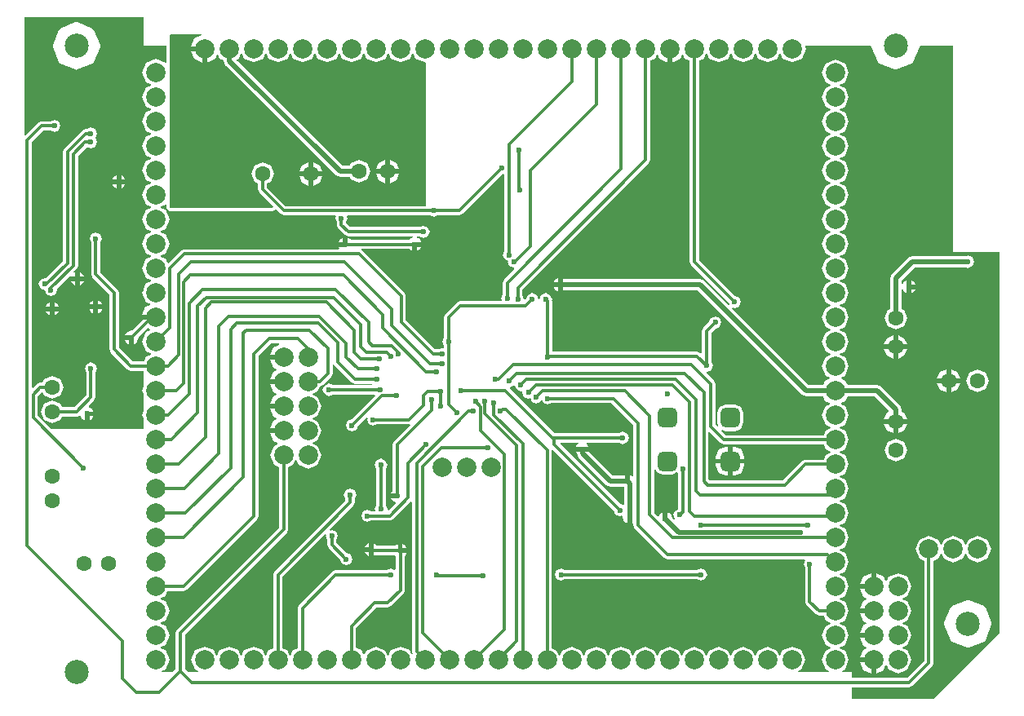
<source format=gbl>
%FSTAX44Y44*%
%MOMM*%
%SFA1B1*%

%IPPOS*%
%AMD24*
4,1,8,-0.500380,-1.000760,0.500380,-1.000760,1.000760,-0.500380,1.000760,0.500380,0.500380,1.000760,-0.500380,1.000760,-1.000760,0.500380,-1.000760,-0.500380,-0.500380,-1.000760,0.0*
1,1,1.000000,-0.500380,-0.500380*
1,1,1.000000,0.500380,-0.500380*
1,1,1.000000,0.500380,0.500380*
1,1,1.000000,-0.500380,0.500380*
%
%ADD22C,0.299999*%
%ADD23C,0.499999*%
G04~CAMADD=24~8~0.0~0.0~787.4~787.4~196.9~0.0~15~0.0~0.0~0.0~0.0~0~0.0~0.0~0.0~0.0~0~0.0~0.0~0.0~180.0~788.0~788.0*
%ADD24D24*%
%ADD25C,2.499995*%
%ADD26C,1.599997*%
%ADD27C,1.999996*%
%ADD28C,0.599999*%
%LNpcbat2560ver1-1*%
%LPD*%
G36*
X00194833Y00712084D02*
X0019507Y00710856D01*
X00187485Y00707714*
X00184082Y00699499*
X001982*
Y00696999*
X002007*
Y00682881*
X00208915Y00686284*
X00210817Y00690876*
X00212067*
X00213652Y00687051*
X00217648Y00685395*
Y00684397*
X00219392Y00680187*
X0033429Y00565289*
X00338499Y00563546*
X00348559*
X0034958Y0056108*
X00357999Y00557593*
X00366418Y0056108*
X00369905Y00569499*
X00366418Y00577918*
X00357999Y00581406*
X0034958Y00577918*
X00348559Y00575452*
X00340965*
X00231387Y0068503*
X00231631Y00686256*
X00233551Y00687051*
X00235676Y00692182*
X00236926*
X00239052Y00687051*
X00249001Y0068293*
X00258951Y00687051*
X00261076Y0069218*
X00262326*
X00264451Y0068705*
X00274401Y00682929*
X0028435Y0068705*
X00286476Y00692181*
X00287726*
X00289851Y0068705*
X00299801Y00682929*
X0030975Y0068705*
X00311876Y00692181*
X00313126*
X00315251Y0068705*
X00325201Y00682929*
X0033515Y0068705*
X00337276Y00692181*
X00338526*
X00340651Y0068705*
X00350601Y00682929*
X0036055Y0068705*
X00362675Y00692179*
X00363925*
X0036605Y00687049*
X00376Y00682928*
X0038595Y00687049*
X00388075Y0069218*
X00389325*
X0039145Y00687049*
X004014Y00682928*
X0041135Y00687049*
X00413476Y00692183*
X00414726*
X00416852Y00687051*
X00426801Y0068293*
X0042696Y00682995*
X00427999Y00682301*
Y0053387*
X00282016*
X0026287Y00553017*
Y0055711*
X00266418Y0055858*
X00269905Y00566999*
X00266418Y00575418*
X00257999Y00578905*
X0024958Y00575418*
X00246093Y00566999*
X0024958Y0055858*
X00253128Y0055711*
Y00550999*
X00254555Y00547555*
X00268956Y00533154*
X00268478Y00531999*
X00161999*
Y00711565*
X00162888Y00712444*
X00194833Y00712084*
G37*
G36*
X00733456Y00287653D02*
X00736901Y00286227D01*
X00840445*
X00842549Y00281148*
X0084768Y00279022*
Y00277772*
X00842549Y00275647*
X00840445Y00270568*
X00821697*
X00818253Y00269141*
X00797981Y0024887*
X00722017*
X0072087Y00250017*
Y00298607*
X00722025Y00299085*
X00733456Y00287653*
G37*
G36*
X00667126Y00257735D02*
X00673249Y00255199D01*
X00683249*
X00687897Y00257124*
X00689128Y00256281*
Y00218719*
X00686407Y00217591*
X00684505Y00212999*
X00686144Y00209042*
X00685085Y00208332*
X0068298Y00210437*
X00681356Y00214356*
X00678499Y0021554*
Y00208999*
X00673499*
Y0021554*
X00670641Y00214356*
X00669575Y00211781*
X00668349Y00211538*
X0066487Y00215017*
Y00259978*
X00666096Y00260223*
X00667126Y00257735*
G37*
G36*
X00509128Y00566676D02*
Y00486919D01*
X00507505Y00482999*
X00509407Y00478407*
X00512902Y00476959*
X00512505Y00475999*
X00514407Y00471407*
X00518893Y00469549*
X00519462Y0046835*
X00508555Y00457443*
X00507128Y00453999*
Y00441919*
X00505505Y00437999*
X0050637Y00435909*
X00505676Y0043487*
X00462999*
X00459555Y00433443*
X00447555Y00421443*
X00446128Y00417999*
Y00396919*
X00444505Y00392999*
X00446128Y00389079*
Y00387151*
X00445089Y00386456*
X00444999Y00386493*
X00441079Y0038487*
X00437017*
X0040687Y00415017*
Y00439999*
X00405443Y00443443*
X00361443Y00487443*
X00360393Y00487878*
X00360641Y00489128*
X0041044*
X00410642Y00488642*
X00413499Y00487458*
Y00493999*
X00415999*
Y00496499*
X0042254*
X00421357Y00499356*
X00417683Y00500878*
X00417932Y00502128*
X00421079*
X00424999Y00500505*
X00429591Y00502407*
X00431493Y00506999*
X00429591Y00511591*
X00424999Y00513493*
X00421079Y0051187*
X00349017*
X0034487Y00516016*
Y00517079*
X00346493Y00520999*
X00345628Y00523089*
X00346322Y00524129*
X00432079*
X00435999Y00522505*
X00439919Y00524129*
X00461999*
X00465443Y00525555*
X00506672Y00566783*
X00508089Y0056737*
X00509128Y00566676*
G37*
G36*
X00332555Y00368555D02*
X00350555Y00350555D01*
X00353999Y00349128*
X00371827*
X00371834Y0034912*
X00371243Y0034787*
X00330919*
X00326999Y00349493*
X00322407Y00347591*
X00320505Y00342999*
X00322407Y00338407*
X00326999Y00336505*
X00330919Y00338128*
X00374472*
X0037499Y00336878*
X00350326Y00312215*
X00346407Y00310591*
X00344505Y00305999*
X00346407Y00301407*
X00350999Y00299505*
X00355591Y00301407*
X00357215Y00305326*
X0036609Y00314202*
X00367129Y00313507*
X00366505Y00311999*
X00368407Y00307407*
X00372999Y00305505*
X00376919Y00307128*
X00409999*
X00410807Y00307463*
X00411515Y00306403*
X00394555Y00289443*
X00393128Y00285999*
Y00238558*
X00392641Y00238357*
X00391458Y00235499*
X00397999*
Y00230499*
X00391458*
X00392641Y00227641*
X00395924Y00226282*
X00396168Y00225056*
X00388736Y00217624*
X00388295Y00217667*
X00387493Y00218999*
X0038587Y00222919*
Y00261079*
X00387493Y00264999*
X00385591Y00269591*
X00381Y00271493*
X00376407Y00269591*
X00374505Y00264999*
X00376128Y00261079*
Y00222919*
X00374505Y00218999*
X00374956Y00217909*
X00374262Y0021687*
X00370919*
X00366999Y00218493*
X00362407Y00216591*
X00360505Y00211999*
X00362407Y00207407*
X00366999Y00205505*
X00370919Y00207128*
X00389999*
X00393443Y00208555*
X00411878Y0022699*
X00413128Y00226472*
Y00070901*
X00414094Y00068569*
X00413981Y00068399*
X0041257Y00068538*
X0041095Y0007245*
X00401Y00076571*
X0039105Y0007245*
X00388924Y00067317*
X00387674*
X00385549Y00072449*
X00375599Y0007657*
X00365649Y00072449*
X00364065Y00068625*
X00362815*
X00360914Y00073214*
X0035507Y00075635*
Y00095781*
X00376417Y00117128*
X00387999*
X00391443Y00118555*
X00404443Y00131555*
X0040587Y00134999*
Y0017044*
X00406357Y00170642*
X0040754Y00173499*
X00400999*
Y00175999*
X00398499*
Y0018254*
X00395642Y00181356*
X0039544Y0018087*
X00376972*
X00376356Y00182357*
X00373499Y0018354*
Y00176999*
Y00170458*
X00375118Y00171128*
X0039544*
X00395642Y00170642*
X00396128Y0017044*
Y00156687*
X00394878Y00155886*
X00390999Y00157493*
X00387079Y0015587*
X00333999*
X00330555Y00154443*
X00295956Y00119844*
X00294529Y001164*
Y00074553*
X0028945Y0007245*
X00287325Y00067319*
X00286075*
X0028395Y0007245*
X00278871Y00074553*
Y00148982*
X0032309Y00193202*
X00324129Y00192507*
X00323505Y00190999*
X00325128Y00187079*
Y00181999*
X00326555Y00178555*
X00338783Y00166326*
X00340407Y00162407*
X00344999Y00160505*
X00349591Y00162407*
X00351493Y00166999*
X00349591Y00171591*
X00345671Y00173215*
X0033487Y00184017*
Y00187079*
X00336493Y00190999*
X00334591Y00195591*
X00329999Y00197493*
X00328491Y00196869*
X00327796Y00197908*
X00352443Y00222555*
X0035387Y00225999*
Y00230079*
X00355493Y00233999*
X00353591Y00238591*
X00348999Y00240493*
X00344407Y00238591*
X00342505Y00233999*
X00344128Y00230079*
Y00228017*
X00270556Y00154444*
X00269129Y00151*
Y00074553*
X0026405Y0007245*
X00261925Y00067319*
X00260675*
X0025855Y0007245*
X002486Y00076571*
X0023865Y0007245*
X00236525Y0006732*
X00235275*
X0023315Y0007245*
X00223201Y00076572*
X00213251Y0007245*
X00211126Y0006732*
X00209876*
X0020775Y0007245*
X00197801Y00076572*
X00187851Y0007245*
X0018373Y00062501*
X00187851Y00052551*
X00191052Y00051225*
X00190808Y00049999*
X00180887*
X0017787Y00053017*
Y00088981*
X00283443Y00194555*
X0028487Y00197999*
Y00262945*
X00289949Y00265049*
X00292074Y0027018*
X00293324*
X00295449Y00265049*
X00305399Y00260928*
X00315349Y00265049*
X0031947Y00274999*
X00315349Y00284949*
X00310218Y00287074*
Y00288324*
X00315349Y00290449*
X0031947Y00300399*
X00315349Y00310349*
X00310217Y00312475*
Y00313725*
X00315348Y0031585*
X00319469Y003258*
X00315348Y0033575*
X00310219Y00337874*
Y00339124*
X00315349Y00341249*
X00317505Y00346456*
X00320643Y00347755*
X00329443Y00356555*
X0033087Y00359999*
Y00369357*
X0033212Y00369605*
X00332555Y00368555*
G37*
G36*
X00519847Y00347172D02*
X00521407Y00343408D01*
X00525999Y00341505*
X0052706Y00341944*
X00527944Y0034106*
X00527505Y00339999*
X00529407Y00335407*
X00533999Y00333505*
X00535813Y00334256*
X00537407Y00330407*
X00541999Y00328505*
X00546591Y00330407*
X00547167Y00331797*
X00548417*
X00549407Y00329407*
X00553999Y00327505*
X00557919Y00329128*
X00619981*
X00643128Y00305981*
Y00254218*
X00641878Y00253555*
X00639499Y0025454*
Y00247999*
X00634499*
Y0025454*
X00633079Y00253952*
X00621465*
X00596918Y00278499*
X00583458*
X00584046Y00277079*
Y00276999*
X00585789Y0027279*
X00614789Y00243789*
X00618999Y00242046*
X00633046*
Y00223942*
X00632006Y00223248*
X00629672Y00224215*
X00567008Y00286878*
X00567526Y00288128*
X00585715*
X00585959Y00286902*
X00584641Y00286356*
X00583458Y00283499*
X0059654*
X00595357Y00286356*
X00594039Y00286902*
X00594283Y00288128*
X00628079*
X00631999Y00286505*
X00636591Y00288407*
X00638493Y00292999*
X00636591Y00297591*
X00631999Y00299493*
X00628079Y0029787*
X00561016*
X00514519Y00344367*
X00514812Y00345842*
X00518591Y00347407*
X00519847Y00347172*
G37*
G36*
X00158752Y00535492D02*
Y00531999D01*
X00159703Y00529703*
X00161999Y00528752*
X00268478*
X00269074Y00528999*
X0026972*
X00270177Y00529456*
X00270774Y00529703*
X00272176Y00529934*
X00276555Y00525555*
X00279999Y00524129*
X00333676*
X0033437Y00523089*
X00333505Y00520999*
X00335128Y00517079*
Y00513999*
X00336555Y00510555*
X00343555Y00503555*
X00346999Y00502128*
X00414066*
X00414315Y00500878*
X00410642Y00499356*
X0041044Y0049887*
X00349558*
X00349356Y00499356*
X00346499Y0050054*
Y00493999*
X00343999*
Y00491499*
X00337458*
X00338116Y00489909*
X00337422Y0048887*
X00176999*
X00173555Y00487443*
X00160561Y0047445*
X00159336Y00474694*
X00157449Y00479249*
X00152317Y00481375*
Y00482625*
X00157448Y0048475*
X00161569Y004947*
X00157448Y0050465*
X00152317Y00506775*
Y00508025*
X00157448Y0051015*
X00161569Y005201*
X00157448Y0053005*
X00152319Y00532174*
Y00533424*
X00157449Y00535549*
X00157526Y00535735*
X00158752Y00535492*
G37*
G36*
X00275532Y00389902D02*
X00269284Y00387314D01*
X00265881Y00379099*
X00279999*
Y00374099*
X00265881*
X00269284Y00365884*
X00272567Y00364524*
Y00363274*
X00269284Y00361914*
X00265881Y00353699*
X00279999*
Y00348699*
X00265881*
X00269284Y00340484*
X00272566Y00339125*
Y00337875*
X00269283Y00336515*
X0026588Y003283*
X00279998*
Y003233*
X0026588*
X00269283Y00315085*
X00272567Y00313724*
Y00312474*
X00269284Y00311114*
X00265881Y00302899*
X00279999*
Y00297899*
X00265881*
X00269284Y00289684*
X00273873Y00287783*
Y00286533*
X00270049Y00284949*
X00265928Y00274999*
X00270049Y00265049*
X00275128Y00262945*
Y00223999*
Y00200017*
X00169555Y00094443*
X00168128Y00090999*
Y00053017*
X00165111Y00049999*
X0015353*
X00153286Y00051225*
X00157449Y00052949*
X0016157Y00062899*
X00157449Y00072849*
X00152315Y00074975*
Y00076225*
X00157447Y00078351*
X00161568Y00088301*
X00157447Y0009825*
X00152316Y00100376*
Y00101626*
X00157447Y00103751*
X00161568Y00113701*
X00157447Y0012365*
X00152318Y00125775*
Y00127025*
X00157448Y0012915*
X00159552Y00134229*
X001761*
X00179544Y00135656*
X00252443Y00208555*
X0025387Y00211999*
Y00223999*
Y00377981*
X00267016Y00391128*
X00275288*
X00275532Y00389902*
G37*
G36*
X00622783Y00217326D02*
X00624407Y00213407D01*
X00628999Y00211505*
X00630668Y00212196*
X00631552Y00211312*
X00631422Y00210999*
X00633641Y00205642*
X00636499Y00204458*
Y00210999*
X00641499*
Y00204458*
X00642089Y00204702*
X00643128Y00204008*
Y00201999*
X00644555Y00198555*
X00674555Y00168555*
X00677999Y00167128*
X00820311*
X00821112Y00165878*
X00819505Y00161999*
X00821128Y00158079*
Y00122999*
X00822555Y00119555*
X00832257Y00109853*
X00835701Y00108427*
X00840445*
X00842549Y00103348*
X00847679Y00101223*
Y00099973*
X00842548Y00097848*
X00838427Y00087898*
X00842548Y00077948*
X00847679Y00075823*
Y00074573*
X00842548Y00072448*
X00838427Y00062498*
X00842548Y00052548*
X00845743Y00051225*
X008455Y00049999*
X00814394*
X00814151Y00051225*
X00817349Y0005255*
X00821471Y000625*
X00817349Y0007245*
X008074Y00076571*
X0079745Y0007245*
X00795324Y00067316*
X00794074*
X00791948Y00072448*
X00781998Y00076569*
X00772048Y00072448*
X00769923Y00067317*
X00768673*
X00766548Y00072448*
X00756598Y00076569*
X00746648Y00072448*
X00744524Y00067319*
X00743274*
X00741149Y00072449*
X00731199Y0007657*
X00721249Y00072449*
X00719124Y00067318*
X00717874*
X00715749Y00072449*
X00705799Y0007657*
X00695849Y00072449*
X00693724Y00067318*
X00692474*
X00690349Y00072449*
X00680399Y0007657*
X00670449Y00072449*
X00668324Y00067318*
X00667074*
X00664949Y00072449*
X00654999Y0007657*
X00645049Y00072449*
X00642925Y00067319*
X00641675*
X0063955Y0007245*
X006296Y00076571*
X0061965Y0007245*
X00617525Y00067319*
X00616275*
X0061415Y0007245*
X006042Y00076571*
X0059425Y0007245*
X00592124Y00067316*
X00590874*
X00588748Y00072448*
X00578798Y00076569*
X00568848Y00072448*
X00566723Y00067317*
X00565473*
X00563348Y00072448*
X00558269Y00074552*
Y00280073*
X00559519Y00280591*
X00622783Y00217326*
G37*
G36*
X00134999Y00699999D02*
X00158752D01*
Y00682508*
X00157526Y00682264*
X0015745Y00682448*
X001475Y00686569*
X0013755Y00682448*
X00133429Y00672498*
X0013755Y00662548*
X00142681Y00660423*
Y00659173*
X0013755Y00657048*
X00133429Y00647098*
X0013755Y00637148*
X0014268Y00635024*
Y00633774*
X00137549Y00631649*
X00134999Y00625492*
X00133428Y00621699*
X00134999Y00617906*
X00137549Y00611749*
X0014268Y00609624*
Y00608374*
X00137549Y00606249*
X00133428Y00596299*
X00137549Y00586349*
X0014268Y00584224*
Y00582974*
X00137549Y00580849*
X00134999Y00574692*
X00133428Y00570899*
X00134999Y00567106*
X00137549Y00560949*
X0014268Y00558824*
Y00557574*
X00137549Y00555449*
X00133428Y00545499*
X00137549Y00535549*
X00142679Y00533425*
Y00532175*
X00137548Y0053005*
X00133427Y005201*
X00137548Y0051015*
X00142679Y00508025*
Y00506775*
X00137548Y0050465*
X00134999Y00498495*
X00134172Y00496499*
X00133427Y004947*
X00137548Y0048475*
X00142681Y00482624*
Y00481374*
X00137549Y00479249*
X00134999Y00473092*
X001346Y00472128*
X00133428Y00469299*
X00137549Y00459349*
X0014268Y00457224*
Y00455974*
X00137549Y00453849*
X00134999Y00447692*
X00134564Y00446641*
X00133428Y00443899*
X00137549Y00433949*
X00141372Y00432366*
Y00431116*
X00136783Y00429215*
X00134999Y00424908*
X0013338Y00421*
X00147498*
Y00416*
X0013338*
X00133594Y00415483*
X00122486Y00404374*
X00121999Y00404576*
X00116642Y00402356*
X00115458Y00399499*
X00121999*
Y00396999*
X00124499*
Y00390458*
X00127357Y00391641*
X00129576Y00396999*
X00129374Y00397486*
X00133844Y00401956*
X00138826Y00406938*
X00141373Y00405884*
Y00404634*
X00137548Y0040305*
X00134999Y00396895*
X00134007Y00394499*
X00133427Y003931*
X00137548Y0038315*
X00142679Y00381025*
Y00379775*
X00137548Y0037765*
X00135445Y00372571*
X00123317*
X00108999Y00386887*
Y0044387*
X00107572Y00447314*
X00104887Y00449999*
X0008987Y00465017*
Y00496079*
X00091493Y00499999*
X00089591Y00504591*
X00084999Y00506493*
X00080407Y00504591*
X00078505Y00499999*
X00080128Y00496079*
Y00462999*
X00081555Y00459555*
X00099257Y00441852*
Y0038487*
X00100684Y00381426*
X00117854Y00364256*
X00121298Y00362829*
X00134999*
Y00346095*
X00133427Y003423*
X00134999Y00338505*
Y00320698*
X00133426Y00316901*
X00134999Y00313104*
Y00301999*
X00038887*
X0002487Y00316016*
Y00335982*
X00028956Y00340067*
X00030388Y00339857*
X0003158Y0033698*
X00039999Y00333493*
X00048418Y0033698*
X00051905Y00345399*
X00048418Y00353818*
X00039999Y00357305*
X0003158Y00353818*
X0003011Y0035027*
X00027399*
X00023955Y00348843*
X00020025Y00344913*
X0001887Y00345391*
Y00599981*
X00031016Y00612128*
X00038079*
X00041999Y00610505*
X00046591Y00612407*
X00048493Y00616999*
X00046591Y00621591*
X00041999Y00623493*
X00038079Y0062187*
X00028999*
X00025555Y00620443*
X00012154Y00607042*
X00010999Y00607521*
Y00729999*
X00134999*
Y00699999*
G37*
G36*
X006833Y00682881D02*
X00691515Y00686284D01*
X00693416Y00690873*
X00694666*
X0069625Y00687049*
X00701329Y00684945*
Y00475798*
X00702756Y00472354*
X00741783Y00433326*
X00742437Y00431748*
X00741377Y00431039*
X00716208Y00456208*
X00711999Y00457952*
X00570919*
X00569499Y0045854*
Y00451999*
Y00445458*
X00570919Y00446046*
X00709533*
X00817892Y00337687*
X00822101Y00335943*
X00839812*
X00841785Y00331181*
X00846374Y0032928*
Y0032803*
X0084255Y00326446*
X00838429Y00316497*
X0084255Y00306547*
X00847679Y00304422*
Y00303172*
X00842549Y00301047*
X00840445Y00295968*
X00738918*
X00734434Y00300452*
X00735129Y00301491*
X00738249Y00300199*
X00748249*
X00754371Y00302735*
X00756908Y00308858*
Y00318858*
X00754371Y00324981*
X00748249Y00327517*
X00738249*
X00732126Y00324981*
X0072959Y00318858*
Y00308858*
X00730882Y00305738*
X00729842Y00305044*
X0072787Y00307016*
Y00348999*
X00726443Y00352443*
X00718537Y0036035*
X00719105Y00361549*
X00723591Y00363407*
X00725493Y00367999*
X0072387Y00371919*
Y00401981*
X00728671Y00406783*
X00732591Y00408407*
X00734493Y00412999*
X00732591Y00417591*
X00727999Y00419493*
X00723407Y00417591*
X00721783Y00413671*
X00715555Y00407443*
X00714128Y00403999*
Y00381391*
X00712973Y00380913*
X00712443Y00381443*
X00708999Y0038287*
X0055887*
Y00434999*
X00558267Y00436453*
X00558493Y00436999*
X00556591Y00441591*
X00551999Y00443493*
X00547407Y00441591*
X00545648Y00437346*
X0054435*
X00542591Y00441591*
X00537999Y00443493*
X00533407Y00441591*
X00531783Y00437672*
X00530648Y00436537*
X00529449Y00437105*
X0052787Y00440919*
Y00446981*
X00658845Y00577956*
X00660271Y00581401*
Y00684946*
X0066535Y0068705*
X00666934Y00690873*
X00668184*
X00670085Y00686284*
X006783Y00682881*
Y00696999*
X006833*
Y00682881*
G37*
G36*
X00974999Y00485999D02*
X01022999D01*
Y00090999*
X00953999Y00021999*
X00869999*
Y00034128*
X00928999*
X00932443Y00035555*
X00953043Y00056155*
X0095447Y00059599*
Y00165445*
X00959549Y00167549*
X00961674Y0017268*
X00962924*
X00965049Y00167549*
X00974999Y00163428*
X00984949Y00167549*
X00987073Y00172679*
X00988323*
X00990448Y00167548*
X01000398Y00163427*
X01010348Y00167548*
X01014469Y00177498*
X01010348Y00187448*
X01000398Y00191569*
X00990448Y00187448*
X00988324Y00182319*
X00987074*
X00984949Y00187449*
X00974999Y0019157*
X00965049Y00187449*
X00962924Y00182318*
X00961674*
X00959549Y00187449*
X00949599Y0019157*
X00939649Y00187449*
X00935528Y00177499*
X00939649Y00167549*
X00944728Y00165445*
Y00061616*
X00933111Y00049999*
X00926981Y0004387*
X00869999*
Y00049999*
X00859497*
X00859253Y00051225*
X00862448Y00052548*
X00866569Y00062498*
X00862448Y00072448*
X00857317Y00074573*
Y00075823*
X00862448Y00077948*
X00866569Y00087898*
X00862448Y00097848*
X00857319Y00099973*
Y00101223*
X00862449Y00103348*
X0086657Y00113297*
X00862449Y00123247*
X00857318Y00125372*
Y00126622*
X00862449Y00128748*
X0086657Y00138697*
X00862449Y00148647*
X00857318Y00150772*
Y00152022*
X00862449Y00154148*
X0086657Y00164097*
X00862449Y00174047*
X00857318Y00176172*
Y00177422*
X00862449Y00179548*
X0086657Y00189497*
X00862449Y00199447*
X00857319Y00201572*
Y00202822*
X0086245Y00204947*
X00866571Y00214897*
X0086245Y00224846*
X00857319Y00226972*
Y00228222*
X0086245Y00230347*
X00866571Y00240297*
X0086245Y00250246*
X00857317Y00252372*
Y00253622*
X00862449Y00255748*
X0086657Y00265697*
X00862449Y00275647*
X00857318Y00277772*
Y00279022*
X00862449Y00281148*
X0086657Y00291097*
X00862449Y00301047*
X00857319Y00303172*
Y00304422*
X0086245Y00306547*
X00866571Y00316497*
X0086245Y00326446*
X00858625Y0032803*
Y0032928*
X00863215Y00331181*
X00865187Y00335943*
X00893635*
X00908097Y00321482*
X00907804Y00320007*
X00905815Y00319183*
X00903046Y00312499*
X00914999*
X00926952*
X00924183Y00319183*
X00920952Y00320522*
Y00322999*
X00919209Y00327209*
X00900311Y00346106*
X00896101Y0034785*
X00865187*
X00863215Y00352612*
X00858625Y00354513*
Y00355763*
X0086245Y00357347*
X00866571Y00367297*
X0086245Y00377246*
X00857319Y00379372*
Y00380622*
X0086245Y00382747*
X00866571Y00392697*
X0086245Y00402646*
X0085732Y00404771*
Y00406021*
X0086245Y00408146*
X00866572Y00418096*
X0086245Y00428045*
X0085732Y00430171*
Y00431421*
X0086245Y00433546*
X00866572Y00443496*
X0086245Y00453446*
X00857317Y00455572*
Y00456822*
X00862449Y00458948*
X0086657Y00468897*
X00862449Y00478847*
X00857318Y00480972*
Y00482222*
X00862449Y00484348*
X0086657Y00494297*
X00862449Y00504247*
X00857319Y00506372*
Y00507622*
X0086245Y00509747*
X00866571Y00519697*
X0086245Y00529646*
X00857319Y00531772*
Y00533022*
X0086245Y00535147*
X00866571Y00545097*
X0086245Y00555046*
X00857319Y00557172*
Y00558422*
X0086245Y00560547*
X00866571Y00570497*
X0086245Y00580446*
X00857319Y00582572*
Y00583822*
X0086245Y00585947*
X00866571Y00595897*
X0086245Y00605846*
X0085732Y00607971*
Y00609221*
X0086245Y00611346*
X00866572Y00621296*
X0086245Y00631245*
X0085732Y00633371*
Y00634621*
X0086245Y00636746*
X00866572Y00646696*
X0086245Y00656645*
X00857317Y00658772*
Y00660022*
X00862449Y00662148*
X0086657Y00672097*
X00862449Y00682047*
X00852499Y00686169*
X00842549Y00682047*
X00838428Y00672097*
X00842549Y00662148*
X00847683Y00660021*
Y00658771*
X00842551Y00656645*
X00838429Y00646696*
X00842551Y00636746*
X00847682Y00634621*
Y00633371*
X00842551Y00631245*
X00838429Y00621296*
X00842551Y00611346*
X0084768Y00609221*
Y00607971*
X0084255Y00605846*
X00838429Y00595897*
X0084255Y00585947*
X00847681Y00583822*
Y00582572*
X0084255Y00580446*
X00838429Y00570497*
X0084255Y00560547*
X00847681Y00558422*
Y00557172*
X0084255Y00555046*
X00838429Y00545097*
X0084255Y00535147*
X00847681Y00533022*
Y00531772*
X0084255Y00529646*
X00838429Y00519697*
X0084255Y00509747*
X00847679Y00507622*
Y00506372*
X00842549Y00504247*
X00838428Y00494297*
X00842549Y00484348*
X0084768Y00482222*
Y00480972*
X00842549Y00478847*
X00838428Y00468897*
X00842549Y00458948*
X00847683Y00456821*
Y00455571*
X00842551Y00453446*
X00838429Y00443496*
X00842551Y00433546*
X00847682Y00431421*
Y00430171*
X00842551Y00428045*
X00838429Y00418096*
X00842551Y00408146*
X0084768Y00406021*
Y00404771*
X0084255Y00402646*
X00838429Y00392697*
X0084255Y00382747*
X00847681Y00380622*
Y00379372*
X0084255Y00377246*
X00838429Y00367297*
X0084255Y00357347*
X00846374Y00355763*
Y00354513*
X00841785Y00352612*
X00839812Y0034785*
X00824567*
X0074504Y00427378*
X00745748Y00428437*
X00747999Y00427505*
X00752591Y00429407*
X00754493Y00433999*
X00752591Y00438591*
X00748671Y00440215*
X00711071Y00477816*
Y00684945*
X0071615Y00687049*
X00718275Y0069218*
X00719525*
X0072165Y00687049*
X007316Y00682928*
X0074155Y00687049*
X00743675Y0069218*
X00744925*
X0074705Y00687049*
X00757Y00682928*
X0076695Y00687049*
X00769074Y00692179*
X00770324*
X00772449Y00687048*
X00782399Y00682927*
X00792349Y00687048*
X00794474Y00692179*
X00795724*
X00797849Y00687048*
X00807799Y00682927*
X00817749Y00687048*
X0082187Y00696998*
X00821058Y0069896*
X00821752Y00699999*
X00889467*
X00890351Y00699115*
Y00698756*
X00896692Y00683449*
X00898449Y00681692*
X00913756Y00675351*
X00914402*
X00914999Y00675104*
X00915596Y00675351*
X00916242*
X00931549Y00681692*
X00933306Y00683449*
X00939647Y00698756*
Y00699115*
X00940531Y00699999*
X00974999*
Y00485999*
G37*
%LNpcbat2560ver1-2*%
%LPC*%
G36*
X00385499Y00566999D02*
X00376047D01*
X00378815Y00560315*
X00385499Y00557546*
Y00566999*
G37*
G36*
X00305499Y00564499D02*
X00296046D01*
X00298815Y00557815*
X00305499Y00555046*
Y00564499*
G37*
G36*
X00399952Y00566999D02*
X00390499D01*
Y00557546*
X00397183Y00560315*
X00399952Y00566999*
G37*
G36*
X00319952Y00564499D02*
X00310499D01*
Y00555046*
X00317183Y00557815*
X00319952Y00564499*
G37*
G36*
X00390499Y00581452D02*
Y00571999D01*
X00399952*
X00397183Y00578683*
X00390499Y00581452*
G37*
G36*
X001957Y00694499D02*
X00184082D01*
X00187485Y00686284*
X001957Y00682881*
Y00694499*
G37*
G36*
X00305499Y00578952D02*
X00298815Y00576183D01*
X00296046Y00569499*
X00305499*
Y00578952*
G37*
G36*
X00385499Y00581452D02*
X00378815Y00578683D01*
X00376047Y00571999*
X00385499*
Y00581452*
G37*
G36*
X00310499Y00578952D02*
Y00569499D01*
X00319952*
X00317183Y00576183*
X00310499Y00578952*
G37*
G36*
X00740749Y00266358D02*
X00728507D01*
Y00263858*
X0073136Y0025697*
X00738249Y00254117*
X00740749*
Y00266358*
G37*
G36*
Y002836D02*
X00738249D01*
X0073136Y00280747*
X00728507Y00273858*
Y00271358*
X00740749*
Y002836*
G37*
G36*
X00748249D02*
X00745749D01*
Y00271358*
X0075799*
Y00273858*
X00755137Y00280747*
X00748249Y002836*
G37*
G36*
X0075799Y00266358D02*
X00745749D01*
Y00254117*
X00748249*
X00755137Y0025697*
X0075799Y00263858*
Y00266358*
G37*
G36*
X0042254Y00491499D02*
X00418499D01*
Y00487458*
X00421357Y00488642*
X0042254Y00491499*
G37*
G36*
X00368499Y00174499D02*
X00364458D01*
X00365641Y00171641*
X00368499Y00170458*
Y00174499*
G37*
G36*
X00403499Y0018254D02*
Y00178499D01*
X0040754*
X00406357Y00181356*
X00403499Y0018254*
G37*
G36*
X00368499Y0018354D02*
X00365641Y00182357D01*
X00364458Y00179499*
X00368499*
Y0018354*
G37*
G36*
X00341499Y0050054D02*
X00338642Y00499356D01*
X00337458Y00496499*
X00341499*
Y0050054*
G37*
G36*
X00712999Y00157493D02*
X00709079Y0015587D01*
X00571919*
X00567999Y00157493*
X00563407Y00155591*
X00561505Y00150999*
X00563407Y00146407*
X00567999Y00144505*
X00571919Y00146128*
X00709079*
X00712999Y00144505*
X00717591Y00146407*
X00719493Y00150999*
X00717591Y00155591*
X00712999Y00157493*
G37*
G36*
X00079999Y00371493D02*
X00075407Y00369591D01*
X00073505Y00364999*
X00075128Y00361079*
Y00337017*
X00062981Y0032487*
X00049888*
X00048418Y00328418*
X00039999Y00331905*
X0003158Y00328418*
X00028093Y00319999*
X0003158Y0031158*
X00039999Y00308093*
X00048418Y0031158*
X00049888Y00315128*
X00064999*
X00067781Y00316281*
X0006933Y00315808*
X00070641Y00312641*
X00073499Y00311458*
Y00317999*
X00075999*
Y00320499*
X0008254*
X00081356Y00323357*
X00078074Y00324716*
X0007783Y00325942*
X00083443Y00331555*
X0008487Y00334999*
Y00361079*
X00086493Y00364999*
X00084591Y00369591*
X00079999Y00371493*
G37*
G36*
X0008254Y00315499D02*
X00078499D01*
Y00311458*
X00081356Y00312641*
X0008254Y00315499*
G37*
G36*
X00119499Y00394499D02*
X00115458D01*
X00116642Y00391641*
X00119499Y00390458*
Y00394499*
G37*
G36*
X00106499Y0056554D02*
X00103642Y00564356D01*
X00102458Y00561499*
X00106499*
Y0056554*
G37*
G36*
Y00556499D02*
X00102458D01*
X00103642Y00553642*
X00106499Y00552458*
Y00556499*
G37*
G36*
X0011554D02*
X00111499D01*
Y00552458*
X00114357Y00553642*
X0011554Y00556499*
G37*
G36*
X00079999Y00615493D02*
X00076079Y0061387D01*
X00074514*
X0007107Y00612443*
X00052555Y00593928*
X00051128Y00590484*
Y00476502*
X00033417Y00458791*
X00032196Y00459297*
X00027603Y00457395*
X00025701Y00452802*
X00027603Y0044821*
X00032103Y00446346*
X00033968Y00441846*
X0003856Y00439944*
X00043152Y00441846*
X00045054Y00446438*
X00044548Y0044766*
X00058612Y00461724*
X00059672Y00461016*
X00059458Y00460499*
X000635*
Y0046454*
X00062982Y00464326*
X00062274Y00465386*
X00065443Y00468555*
X0006687Y00471999*
Y00585982*
X00076017Y00595128*
X00076079*
X00079999Y00593505*
X00084591Y00595407*
X00086493Y00599999*
X00084629Y00604499*
X00086493Y00608999*
X00084591Y00613591*
X00079999Y00615493*
G37*
G36*
X00064999Y00724894D02*
X00064402Y00724647D01*
X00063756*
X00048449Y00718306*
X00046692Y00716549*
X00040351Y00701242*
Y00699999*
Y00698756*
X00046692Y00683449*
X00048449Y00681692*
X00063756Y00675351*
X00064402*
X00064999Y00675104*
X00065596Y00675351*
X00066242*
X00081549Y00681692*
X00083306Y00683449*
X00089647Y00698756*
Y00699999*
Y00701242*
X00083306Y00716549*
X00081549Y00718306*
X00066242Y00724647*
X00065596*
X00064999Y00724894*
G37*
G36*
X00111499Y0056554D02*
Y00561499D01*
X0011554*
X00114357Y00564356*
X00111499Y0056554*
G37*
G36*
X00042499Y0043354D02*
Y00429499D01*
X0004654*
X00045356Y00432357*
X00042499Y0043354*
G37*
G36*
X00037499D02*
X00034642Y00432357D01*
X00033458Y00429499*
X00037499*
Y0043354*
G37*
G36*
X00087499Y0043554D02*
Y00431499D01*
X0009154*
X00090357Y00434357*
X00087499Y0043554*
G37*
G36*
X00082499D02*
X00079642Y00434357D01*
X00078458Y00431499*
X00082499*
Y0043554*
G37*
G36*
X0004654Y00424499D02*
X00042499D01*
Y00420458*
X00045356Y00421641*
X0004654Y00424499*
G37*
G36*
X00037499D02*
X00033458D01*
X00034642Y00421641*
X00037499Y00420458*
Y00424499*
G37*
G36*
X0009154Y00426499D02*
X00087499D01*
Y00422458*
X00090357Y00423642*
X0009154Y00426499*
G37*
G36*
X00082499D02*
X00078458D01*
X00079642Y00423642*
X00082499Y00422458*
Y00426499*
G37*
G36*
X00068499Y0046454D02*
Y00460499D01*
X0007254*
X00071356Y00463357*
X00068499Y0046454*
G37*
G36*
X0007254Y00455499D02*
X00068499D01*
Y00451458*
X00071356Y00452642*
X0007254Y00455499*
G37*
G36*
X000635D02*
X00059458D01*
X00060641Y00452642*
X000635Y00451458*
Y00455499*
G37*
G36*
X00564499Y0045854D02*
X00561641Y00457357D01*
X00560458Y00454499*
X00564499*
Y0045854*
G37*
G36*
Y00449499D02*
X00560458D01*
X00561641Y00446641*
X00564499Y00445458*
Y00449499*
G37*
G36*
X00981952Y00349999D02*
X00972499D01*
Y00340546*
X0097396Y00341151*
X00979183Y00343315*
X00981952Y00349999*
G37*
G36*
X00999999Y00364405D02*
X0099158Y00360918D01*
X00988093Y00352499*
X0099158Y0034408*
X00999999Y00340593*
X01008418Y0034408*
X01011905Y00352499*
X01008418Y00360918*
X00999999Y00364405*
G37*
G36*
X00967499Y00349999D02*
X00958046D01*
X00960815Y00343315*
X00967499Y00340546*
Y00349999*
G37*
G36*
X00912499Y00399452D02*
X00905815Y00396683D01*
X00903046Y00389999*
X00912499*
Y00399452*
G37*
G36*
X00926952Y00384999D02*
X00917499D01*
Y00375546*
X00924183Y00378315*
X00926952Y00384999*
G37*
G36*
X00917499Y00399452D02*
Y00389999D01*
X00926952*
X00924183Y00396683*
X00922246Y00397486*
X00917499Y00399452*
G37*
G36*
X00967499Y00364452D02*
X00960815Y00361683D01*
X00958046Y00354999*
X00967499*
Y00364452*
G37*
G36*
X00889598Y0006D02*
X0087798D01*
X00881383Y00051785*
X00889598Y00048382*
Y0006*
G37*
G36*
X00912499Y00384999D02*
X00903046D01*
X00905815Y00378315*
X00912499Y00375546*
Y00384999*
G37*
G36*
X00972499Y00364452D02*
Y00354999D01*
X00981952*
X00979183Y00361683*
X00972499Y00364452*
G37*
G36*
X00926952Y00307499D02*
X00917499D01*
Y00298046*
X00924183Y00300815*
X00926952Y00307499*
G37*
G36*
X00989999Y00124894D02*
X00989402Y00124647D01*
X00988756*
X00973449Y00118306*
X00971692Y00116549*
X00965351Y00101242*
Y00099999*
Y00098756*
X00971692Y00083449*
X00973449Y00081692*
X00988756Y00075351*
X00989402*
X00989999Y00075104*
X00990596Y00075351*
X00991242*
X01006549Y00081692*
X01008306Y00083449*
X01014647Y00098756*
Y00099999*
Y00101242*
X01008306Y00116549*
X01006549Y00118306*
X00991242Y00124647*
X00990596*
X00989999Y00124894*
G37*
G36*
X00889598Y00152818D02*
X00881383Y00149415D01*
X0087798Y001412*
X00889598*
Y00152818*
G37*
G36*
X00912499Y00307499D02*
X00903046D01*
X00905815Y00300815*
X00912499Y00298046*
Y00307499*
G37*
G36*
X00914999Y00291905D02*
X0090658Y00288418D01*
X00903093Y00279999*
X0090658Y0027158*
X00914999Y00268093*
X00923418Y0027158*
X00926905Y00279999*
X00923418Y00288418*
X00914999Y00291905*
G37*
G36*
X00894598Y00152818D02*
Y001387D01*
X00892098*
Y001362*
X0087798*
X00881383Y00127985*
X00884666Y00126625*
Y00125375*
X00881383Y00124015*
X0087798Y001158*
X00892098*
Y001108*
X0087798*
X00881383Y00102585*
X00884664Y00101225*
Y00099975*
X00881721Y00098756*
X00881382Y00098616*
X00877979Y00090401*
X00892097*
Y00085401*
X00877979*
X00881382Y00077185*
X00884666Y00075825*
Y00074575*
X00881383Y00073215*
X0087798Y00065*
X00892098*
Y000625*
X00894598*
Y00048382*
X00902813Y00051785*
X00904714Y00056374*
X00905964*
X00907548Y0005255*
X00917498Y00048429*
X00927447Y0005255*
X00931569Y000625*
X00927447Y0007245*
X00922315Y00074575*
Y00075825*
X00927447Y00077951*
X00931568Y00087901*
X00927447Y0009785*
X00922317Y00099975*
Y00101225*
X00927447Y0010335*
X00931569Y001133*
X00927447Y0012325*
X00922317Y00125375*
Y00126625*
X00927447Y0012875*
X00931569Y001387*
X00927447Y0014865*
X00917498Y00152771*
X00907548Y0014865*
X00905964Y00144825*
X00904714*
X00902813Y00149415*
X00894598Y00152818*
G37*
G36*
X00931499Y0045654D02*
Y00452499D01*
X0093554*
X00934357Y00455357*
X00931499Y0045654*
G37*
G36*
X00989999Y00482493D02*
X00988692Y00481952D01*
X00931999*
X0092779Y00480209*
X00910789Y00463208*
X00909046Y00458999*
Y00426939*
X0090658Y00425918*
X00903093Y00417499*
X0090658Y0040908*
X00914999Y00405593*
X00923418Y0040908*
X00926905Y00417499*
X00923418Y00425918*
X00920952Y00426939*
Y00447867*
X00922202Y00448116*
X00923642Y00444641*
X00926499Y00443458*
Y00449999*
Y0045654*
X00923642Y00455357*
X00922202Y00451882*
X00920952Y00452131*
Y00456533*
X00934466Y00470046*
X00988692*
X00989999Y00469505*
X00994591Y00471407*
X00996493Y00475999*
X00994591Y00480591*
X00989999Y00482493*
G37*
G36*
X0093554Y00447499D02*
X00931499D01*
Y00443458*
X00934357Y00444641*
X0093554Y00447499*
G37*
%LNpcbat2560ver1-3*%
%LPD*%
G54D22*
X00560999Y00292999D02*
X00631999D01*
X00558999D02*
X00560999D01*
Y00285999D02*
Y00292999D01*
Y00285999D02*
X00628999Y00217999D01*
X00690999Y00212999D02*
X00693999Y00215999D01*
Y00260999*
X00700999Y00216999D02*
Y00329999D01*
X00682999Y00347999D02*
X00700999Y00329999D01*
Y00216999D02*
X00705999Y00211999D01*
X00686999Y00353999D02*
X00707999Y00332999D01*
Y00237999D02*
Y00332999D01*
Y00237999D02*
X00711999Y00233999D01*
X00695999Y00359999D02*
X00715999Y00339999D01*
Y00247999D02*
Y00339999D01*
Y00247999D02*
X00719999Y00243999D01*
X00659999Y00212999D02*
X00683641Y00189358D01*
X00852359*
X00852499Y00189497*
X00621999Y00333999D02*
X00647999Y00307999D01*
Y00201999D02*
Y00307999D01*
Y00201999D02*
X00677999Y00171999D01*
X007062Y00475798D02*
Y00696999D01*
Y00475798D02*
X00747999Y00433999D01*
X00718999Y00403999D02*
X00727999Y00412999D01*
X00718999Y00367999D02*
Y00403999D01*
X00084999Y00462999D02*
Y00499999D01*
X00279999Y00528999D02*
X00435999D01*
X00257999Y00550999D02*
X00279999Y00528999D01*
X00257999Y00550999D02*
Y00566999D01*
X00523999Y00550999D02*
X00524999Y00549999D01*
X00523999Y00550999D02*
Y00591999D01*
X00461999Y00528999D02*
X00505999Y00572999D01*
X00435999Y00528999D02*
X00461999D01*
X00028999Y00616999D02*
X00041999D01*
X00013999Y00601999D02*
X00028999Y00616999D01*
X00013999Y00180999D02*
Y00601999D01*
Y00180999D02*
X00112999Y00081999D01*
Y00042999D02*
Y00081999D01*
Y00042999D02*
X00127Y00028999D01*
X00150999*
X00172999Y00050999*
X00084999Y00462999D02*
X00104128Y0044387D01*
Y0038487D02*
Y0044387D01*
Y0038487D02*
X00121298Y003677D01*
X00147498*
X00027399Y00345399D02*
X00039999D01*
X00019999Y00337999D02*
X00027399Y00345399D01*
X00019999Y00313999D02*
Y00337999D01*
Y00313999D02*
X00071999Y00261999D01*
X00949599Y00059599D02*
Y00177499D01*
X00928999Y00038999D02*
X00949599Y00059599D01*
X00184999Y00038999D02*
X00928999D01*
X00172999Y00050999D02*
X00184999Y00038999D01*
X00172999Y00050999D02*
Y00090999D01*
X00279999Y00197999*
Y00274999*
X00329999Y00181999D02*
X00344999Y00166999D01*
X00329999Y00181999D02*
Y00190999D01*
X00274Y000625D02*
Y00151D01*
X00348999Y00225999*
Y00233999*
X00400999Y00134999D02*
Y00175999D01*
X00387999Y00121999D02*
X00400999Y00134999D01*
X00374399Y00121999D02*
X00387999D01*
X00350199Y00097799D02*
X00374399Y00121999D01*
X00350199Y00062499D02*
Y00097799D01*
X00371999Y00175999D02*
X00400999D01*
X00370999Y00176999D02*
X00371999Y00175999D01*
X00450999Y00417999D02*
X00462999Y00429999D01*
X00530999*
X00147498Y003931D02*
X00161999Y00407601D01*
Y00468999*
X00176999Y00483999*
X00357999*
X00401999Y00439999*
Y00412999D02*
Y00439999D01*
Y00412999D02*
X00434999Y00379999D01*
X00444999*
X00147498Y003677D02*
X001597D01*
X00170999Y00378999*
Y00462999*
X00183999Y00475999*
X00342999*
X00391999Y00426999*
Y00409999D02*
Y00426999D01*
Y00409999D02*
X00431999Y00369999D01*
X00444999*
X00147498Y003423D02*
X001683D01*
X00175999Y00349999*
Y00454999*
X00182999Y00461999*
X00181999Y00432999D02*
X00195999Y00446999D01*
X00181999Y00338999D02*
Y00432999D01*
X00159901Y00316901D02*
X00181999Y00338999D01*
X00190999Y00429999D02*
X00199999Y00438999D01*
X00190999Y00318999D02*
Y00429999D01*
X00163501Y00291501D02*
X00190999Y00318999D01*
X00198999Y00427999D02*
X00204999Y00433999D01*
X00198999Y00293999D02*
Y00427999D01*
X00171099Y00266099D02*
X00198999Y00293999D01*
X00212999Y00408999D02*
X00222999Y00418999D01*
X00212999Y00276999D02*
Y00408999D01*
X00176699Y00240699D02*
X00212999Y00276999D01*
X00224999Y00405999D02*
X00230999Y00411999D01*
X00224999Y00261999D02*
Y00405999D01*
X001783Y002153D02*
X00224999Y00261999D01*
X00237999Y00401999D02*
X00240999Y00404999D01*
X00237999Y00251999D02*
Y00401999D01*
X001759Y001899D02*
X00237999Y00251999D01*
X00248999Y00379999D02*
X00264999Y00395999D01*
X00248999Y00211999D02*
Y00379999D01*
X001761Y001391D02*
X00248999Y00211999D01*
X00182999Y00461999D02*
X00341999D01*
X00382999Y00420999*
Y00406999D02*
Y00420999D01*
Y00406999D02*
X00427999Y00361999D01*
X00438999*
X00147497Y00316901D02*
X00159901D01*
X00195999Y00446999D02*
X00333999D01*
X00367999Y00412999*
Y00392999D02*
Y00412999D01*
Y00392999D02*
X00371999Y00388999D01*
X00391999*
X00398998Y00382*
Y00379998D02*
Y00382D01*
X00147497Y00291501D02*
X00163501D01*
X00199999Y00438999D02*
X00331999D01*
X00359999Y00410999*
Y00387999D02*
Y00410999D01*
Y00387999D02*
X00365999Y00381999D01*
X00386999*
X00390999Y00377999*
X00450999Y00327999D02*
Y00392999D01*
Y00417999*
X00147499Y00266099D02*
X00171099D01*
X00204999Y00433999D02*
X00323999D01*
X00352999Y00404999*
Y00381999D02*
Y00404999D01*
Y00381999D02*
X00359999Y00374999D01*
X00378999*
X00147499Y00240699D02*
X00176699D01*
X00222999Y00418999D02*
X00316999D01*
X00344999Y00390999*
Y00376999D02*
Y00390999D01*
Y00376999D02*
X00356999Y00364999D01*
X00376999*
X00147498Y002153D02*
X001783D01*
X00230999Y00411999D02*
X00315999D01*
X00335999Y00391999*
Y00371999D02*
Y00391999D01*
Y00371999D02*
X00353999Y00353999D01*
X00376999*
X00147498Y001899D02*
X001759D01*
X00240999Y00404999D02*
X00306999D01*
X00325999Y00385999*
Y00359999D02*
Y00385999D01*
X00317199Y00351199D02*
X00325999Y00359999D01*
X00305399Y00351199D02*
X00317199D01*
X00305399Y00376599D02*
Y00385599D01*
X00294999Y00395999D02*
X00305399Y00385599D01*
X00264999Y00395999D02*
X00294999D01*
X00147498Y001391D02*
X001761D01*
X00381999Y00336999D02*
X00396999D01*
X00350999Y00305999D02*
X00381999Y00336999D01*
X00326999Y00342999D02*
X00379999D01*
X00428999Y00340999D02*
X00442999D01*
X00424999Y00336999D02*
X00428999Y00340999D01*
X00424999Y00326999D02*
Y00336999D01*
X00409999Y00311999D02*
X00424999Y00326999D01*
X00372999Y00311999D02*
X00409999D01*
X00442999Y00325999D02*
Y00340999D01*
X00463999Y00341999D02*
X00509999D01*
X00558999Y00292999*
X00381Y00218999D02*
Y00264999D01*
X00366999Y00211999D02*
X00389999D01*
X00408999Y00230999*
Y00266999*
X00427999Y00285999*
X00450999Y00327999D02*
X00459999Y00318999D01*
X002994Y000625D02*
Y001164D01*
X00333999Y00150999*
X00390999*
X00438999D02*
X00439999Y00149999D01*
X00486999*
X00567999Y00150999D02*
X00712999D01*
Y00201999D02*
X00823999D01*
X00121999Y00396999D02*
X001435Y004185D01*
X00147498*
X00039999Y00319999D02*
X00064999D01*
X00079999Y00334999*
Y00364999*
X00074514Y00608999D02*
X00079999D01*
X00055999Y00590484D02*
X00074514Y00608999D01*
X00073999Y00599999D02*
X00079999D01*
X00061999Y00587999D02*
X00073999Y00599999D01*
X00055999Y00474484D02*
Y00590484D01*
X00061999Y00471999D02*
Y00587999D01*
X0003856Y0044856D02*
X00061999Y00471999D01*
X00034317Y00452802D02*
X00055999Y00474484D01*
X00032196Y00452802D02*
X00034317D01*
X0003856Y00446438D02*
Y0044856D01*
X00471999Y00320999D02*
X00476999D01*
X00417999Y00266999D02*
X00471999Y00320999D01*
X00433999Y00321999D02*
Y00332999D01*
X00397999Y00285999D02*
X00433999Y00321999D01*
X00397999Y00232999D02*
Y00285999D01*
X00423999Y00090299D02*
X00451799Y00062499D01*
X00423999Y00090299D02*
Y00262999D01*
X00443999Y00282999*
X00417999Y00070901D02*
Y00266999D01*
Y00070901D02*
X004264Y000625D01*
X00443999Y00282999D02*
X00491999D01*
X00484749Y00300249D02*
Y00325249D01*
X00477199Y00062499D02*
X00508999Y00094299D01*
Y00275999*
X00484749Y00300249D02*
X00508999Y00275999D01*
X00488999Y00317999D02*
X00521999Y00284999D01*
Y00081899D02*
Y00284999D01*
X00502599Y00062499D02*
X00521999Y00081899D01*
X00488999Y00317999D02*
Y00330999D01*
X00478999D02*
X00484749Y00325249D01*
X00527999Y00062499D02*
Y00286999D01*
X00497999Y00316999D02*
X00527999Y00286999D01*
X00497999Y00316999D02*
Y00328999D01*
X00736901Y00291097D02*
X00852499D01*
X00722999Y00304999D02*
X00736901Y00291097D01*
X00722999Y00304999D02*
Y00348999D01*
X00702999Y00368999D02*
X00722999Y00348999D01*
X00517999Y00368999D02*
X00702999D01*
X00502999Y00353999D02*
X00517999Y00368999D01*
X00499999Y00353999D02*
X00502999D01*
X00708999Y00377999D02*
X00718999Y00367999D01*
X00554999Y00377999D02*
X00708999D01*
X00553999Y00376999D02*
X00554999Y00377999D01*
X00553999Y00376999D02*
Y00434999D01*
X00821697Y00265697D02*
X00852499D01*
X00799999Y00243999D02*
X00821697Y00265697D01*
X00719999Y00243999D02*
X00799999D01*
X00521999Y00359999D02*
X00695999D01*
X00513999Y00351999D02*
X00521999Y00359999D01*
X00846202Y00233999D02*
X008525Y00240297D01*
X00711999Y00233999D02*
X00846202D01*
X00531999Y00353999D02*
X00686999D01*
X00525999Y00347999D02*
X00531999Y00353999D01*
X00705999Y00211999D02*
X00849602D01*
X008525Y00214897*
X00541999Y00347999D02*
X00682999D01*
X00533999Y00339999D02*
X00541999Y00347999D01*
X00659999Y00212999D02*
Y00315999D01*
X00677999Y00171999D02*
X00844597D01*
X00633999Y00341999D02*
X00659999Y00315999D01*
X00548999Y00341999D02*
X00633999D01*
X00541999Y00334999D02*
X00548999Y00341999D01*
X00844597Y00171999D02*
X00852499Y00164097D01*
X00553999Y00333999D02*
X00621999D01*
X00835701Y00113297D02*
X00852499D01*
X00825999Y00122999D02*
X00835701Y00113297D01*
X00825999Y00122999D02*
Y00161999D01*
X00655401Y00581401D02*
Y00697D01*
X00522999Y00448999D02*
X00655401Y00581401D01*
X00522999Y00436999D02*
Y00448999D01*
X00630001Y00572001D02*
Y00697D01*
X00511999Y00453999D02*
X00630001Y00572001D01*
X00511999Y00437999D02*
Y00453999D01*
X006046Y006396D02*
Y00696999D01*
X00535999Y00570999D02*
X006046Y006396D01*
X00535999Y00491999D02*
Y00570999D01*
X00519999Y00475999D02*
X00535999Y00491999D01*
X00518999Y00475999D02*
X00519999D01*
X005792Y006632D02*
Y00696999D01*
X00513999Y00597999D02*
X005792Y006632D01*
X00513999Y00482999D02*
Y00597999D01*
X00511999Y00436999D02*
Y00437999D01*
X00530999Y00429999D02*
X00537999Y00436999D01*
X00343999Y00493999D02*
X00415999D01*
X00339999Y00513999D02*
Y00520999D01*
Y00513999D02*
X00346999Y00506999D01*
X00424999*
X00551999Y00436999D02*
X00553999Y00434999D01*
X00504999Y00320999D02*
X00506999Y00322999D01*
X00510999*
X00553398Y002806*
Y00062498D02*
Y002806D01*
G54D23*
X00636999Y00247999D02*
X00638999Y00245999D01*
Y00210999D02*
Y00245999D01*
X00675999Y00208999D02*
X0068989Y00195108D01*
X00816108*
X00589999Y00276999D02*
Y00280999D01*
Y00276999D02*
X00618999Y00247999D01*
X00636999*
X00566999Y00451999D02*
X00711999D01*
X00822101Y00341897*
X008525*
X00914999Y00309999D02*
Y00322999D01*
X00896101Y00341897D02*
X00914999Y00322999D01*
X008525Y00341897D02*
X00896101D01*
X00914999Y00417499D02*
Y00458999D01*
X00931999Y00475999*
X00989999*
X00338499Y00569499D02*
X00357999D01*
X00223601Y00684397D02*
Y00697001D01*
Y00684397D02*
X00338499Y00569499D01*
G54D24*
X00743249Y00313858D03*
Y00268859D03*
X00678249D03*
Y00313858D03*
G54D25*
X00914999Y00699999D03*
X00989999Y00099999D03*
X00064999Y00049999D03*
Y00699999D03*
G54D26*
X00097899Y00162499D03*
X00072499D03*
X00969999Y00352499D03*
X00999999D03*
X00914999Y00387499D03*
Y00417499D03*
X00039999Y00252899D03*
Y00227499D03*
Y00319999D03*
Y00345399D03*
X00357999Y00569499D03*
X00387999D03*
X00307999Y00566999D03*
X00257999D03*
X00914999Y00309999D03*
Y00279999D03*
G54D27*
X00949599Y00177499D03*
X00974999D03*
X01000398Y00177498D03*
X00305398Y003258D03*
X00305399Y00351199D03*
Y00376599D03*
X00279999D03*
Y00351199D03*
X00279998Y003258D03*
X00305399Y00274999D03*
Y00300399D03*
X00279999D03*
Y00274999D03*
X00807799Y00696998D03*
X00782399D03*
X007316Y00696999D03*
X00757D03*
X00655401Y00697D03*
X00630001D03*
X006808Y00696999D03*
X007062D03*
X00503001Y00697D03*
X00477601D03*
X00426801Y00697001D03*
X00452201D03*
X00553801Y00697D03*
X00528401D03*
X005792Y00696999D03*
X006046D03*
X00299801Y00697D03*
X00274401D03*
X00223601Y00697001D03*
X00249001D03*
X00350601Y00697D03*
X00325201D03*
X00376Y00696999D03*
X004014D03*
X001982D03*
X001475Y00672498D03*
Y00647098D03*
X00147499Y00596299D03*
Y00621699D03*
X00147498Y005201D03*
Y004947D03*
X00147499Y00545499D03*
Y00570899D03*
X00147498Y003677D03*
Y003423D03*
X00147497Y00291501D03*
Y00316901D03*
X00147498Y004185D03*
Y003931D03*
X00147499Y00443899D03*
Y00469299D03*
X00147498Y001645D03*
Y001391D03*
X00147497Y00088301D03*
Y00113701D03*
X00147498Y002153D03*
Y001899D03*
X00147499Y00240699D03*
Y00266099D03*
Y00062899D03*
X00444599Y00262499D03*
X00495399D03*
X00469999D03*
X00852498Y00062498D03*
Y00087898D03*
X00852499Y00138697D03*
Y00113297D03*
X008525Y00214897D03*
Y00240297D03*
X00852499Y00189497D03*
Y00164097D03*
X008525Y00367297D03*
Y00392697D03*
X00852501Y00443496D03*
Y00418096D03*
X008525Y00316497D03*
Y00341897D03*
X00852499Y00291097D03*
Y00265697D03*
X008525Y00570497D03*
Y00595897D03*
X00852501Y00646696D03*
Y00621296D03*
X008525Y00519697D03*
Y00545097D03*
X00852499Y00494297D03*
Y00468897D03*
Y00672097D03*
X00917498Y001387D03*
Y001133D03*
X00917497Y00087901D03*
X00917498Y000625D03*
X00892098D03*
X00892097Y00087901D03*
X00892098Y001133D03*
Y001387D03*
X00197801Y00062501D03*
X00223201D03*
X00274Y000625D03*
X002486D03*
X00350199Y00062499D03*
X00375599D03*
X003248Y000625D03*
X002994D03*
X00502599Y00062499D03*
X00527999D03*
X00578798Y00062498D03*
X00553398D03*
X00451799Y00062499D03*
X00477199D03*
X004264Y000625D03*
X00401D03*
X00705799Y00062499D03*
X00731199D03*
X00781998Y00062498D03*
X00756598D03*
X00654999Y00062499D03*
X00680399D03*
X006296Y000625D03*
X006042D03*
X008074D03*
G54D28*
X00628999Y00217999D03*
X00690999Y00212999D03*
X00693999Y00260999D03*
X00638999Y00210999D03*
X00675999Y00208999D03*
X00816108Y00195108D03*
X00747999Y00433999D03*
X00727999Y00412999D03*
X00928999Y00449999D03*
X00589999Y00280999D03*
X00636999Y00247999D03*
X00566999Y00451999D03*
X00084999Y00499999D03*
X00989999Y00475999D03*
X00524999Y00549999D03*
X00523999Y00591999D03*
X00505999Y00572999D03*
X00435999Y00528999D03*
X00108999Y00558999D03*
X00041999Y00616999D03*
X00075999Y00317999D03*
X00065999Y00457999D03*
X00039999Y00426999D03*
X00084999Y00428999D03*
X00071999Y00261999D03*
X00329999Y00190999D03*
X00348999Y00233999D03*
X00344999Y00166999D03*
X00400999Y00175999D03*
X00370999Y00176999D03*
X00444999Y00379999D03*
Y00369999D03*
X00438999Y00361999D03*
X00450999Y00392999D03*
X00398998Y00379998D03*
X00390999Y00377999D03*
X00378999Y00374999D03*
X00376999Y00364999D03*
Y00353999D03*
X00350999Y00305999D03*
X00396999Y00336999D03*
X00379999Y00342999D03*
X00326999D03*
X00372999Y00311999D03*
X00442999Y00325999D03*
Y00340999D03*
X00463999Y00341999D03*
X00381Y00264999D03*
Y00218999D03*
X00366999Y00211999D03*
X00427999Y00285999D03*
X00390999Y00150999D03*
X00438999D03*
X00486999Y00149999D03*
X00567999Y00150999D03*
X00712999D03*
Y00201999D03*
X00823999D03*
X00121999Y00396999D03*
X00079999Y00364999D03*
Y00608999D03*
Y00599999D03*
X00032196Y00452802D03*
X0003856Y00446438D03*
X00476999Y00320999D03*
X00433999Y00332999D03*
X00397999Y00232999D03*
X00491999Y00282999D03*
X00478999Y00330999D03*
X00488999D03*
X00497999Y00328999D03*
X00718999Y00367999D03*
X00499999Y00353999D03*
X00553999Y00376999D03*
X00513999Y00351999D03*
X00525999Y00347999D03*
X00533999Y00339999D03*
X00541999Y00334999D03*
X00553999Y00333999D03*
X00825999Y00161999D03*
X00522999Y00436999D03*
X00511999Y00437999D03*
X00518999Y00475999D03*
X00513999Y00482999D03*
X00343999Y00493999D03*
X00415999D03*
X00339999Y00520999D03*
X00424999Y00506999D03*
X00551999Y00436999D03*
X00459999Y00318999D03*
X00537999Y00436999D03*
X00504999Y00320999D03*
X00631999Y00292999D03*
X00677999Y00338999D03*
M02*
</source>
